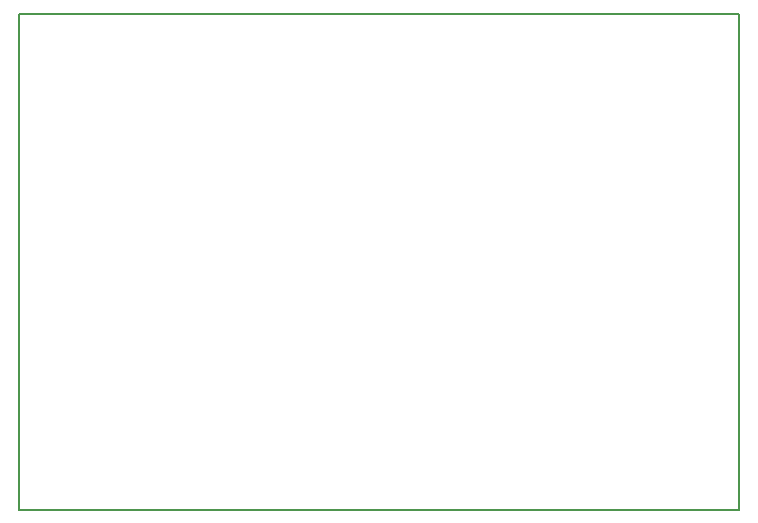
<source format=gm1>
G04 #@! TF.GenerationSoftware,KiCad,Pcbnew,(5.0.0)*
G04 #@! TF.CreationDate,2018-10-31T15:25:37+01:00*
G04 #@! TF.ProjectId,Digital,4469676974616C2E6B696361645F7063,rev?*
G04 #@! TF.SameCoordinates,Original*
G04 #@! TF.FileFunction,Profile,NP*
%FSLAX46Y46*%
G04 Gerber Fmt 4.6, Leading zero omitted, Abs format (unit mm)*
G04 Created by KiCad (PCBNEW (5.0.0)) date 10/31/18 15:25:37*
%MOMM*%
%LPD*%
G01*
G04 APERTURE LIST*
%ADD10C,0.150000*%
G04 APERTURE END LIST*
D10*
X130000000Y-69000000D02*
X191000000Y-69000000D01*
X130000000Y-111000000D02*
X130000000Y-69000000D01*
X191000000Y-111000000D02*
X130000000Y-111000000D01*
X191000000Y-69000000D02*
X191000000Y-111000000D01*
M02*

</source>
